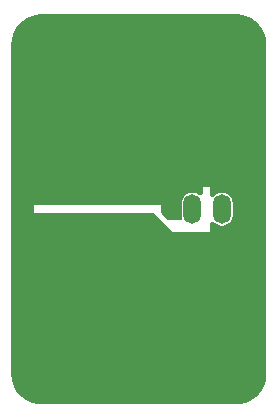
<source format=gbr>
%TF.GenerationSoftware,KiCad,Pcbnew,7.0.6*%
%TF.CreationDate,2023-10-21T15:53:08+08:00*%
%TF.ProjectId,AudioPlug2SMA_M1V1,41756469-6f50-46c7-9567-32534d415f4d,rev?*%
%TF.SameCoordinates,Original*%
%TF.FileFunction,Copper,L2,Bot*%
%TF.FilePolarity,Positive*%
%FSLAX46Y46*%
G04 Gerber Fmt 4.6, Leading zero omitted, Abs format (unit mm)*
G04 Created by KiCad (PCBNEW 7.0.6) date 2023-10-21 15:53:08*
%MOMM*%
%LPD*%
G01*
G04 APERTURE LIST*
G04 Aperture macros list*
%AMRoundRect*
0 Rectangle with rounded corners*
0 $1 Rounding radius*
0 $2 $3 $4 $5 $6 $7 $8 $9 X,Y pos of 4 corners*
0 Add a 4 corners polygon primitive as box body*
4,1,4,$2,$3,$4,$5,$6,$7,$8,$9,$2,$3,0*
0 Add four circle primitives for the rounded corners*
1,1,$1+$1,$2,$3*
1,1,$1+$1,$4,$5*
1,1,$1+$1,$6,$7*
1,1,$1+$1,$8,$9*
0 Add four rect primitives between the rounded corners*
20,1,$1+$1,$2,$3,$4,$5,0*
20,1,$1+$1,$4,$5,$6,$7,0*
20,1,$1+$1,$6,$7,$8,$9,0*
20,1,$1+$1,$8,$9,$2,$3,0*%
G04 Aperture macros list end*
%TA.AperFunction,ComponentPad*%
%ADD10C,4.400000*%
%TD*%
%TA.AperFunction,ComponentPad*%
%ADD11O,1.500000X2.500000*%
%TD*%
%TA.AperFunction,SMDPad,CuDef*%
%ADD12RoundRect,0.375000X-1.375000X-0.375000X1.375000X-0.375000X1.375000X0.375000X-1.375000X0.375000X0*%
%TD*%
%TA.AperFunction,ViaPad*%
%ADD13C,0.812800*%
%TD*%
G04 APERTURE END LIST*
D10*
%TO.P,REF\u002A\u002A,1*%
%TO.N,GNDREF*%
X83820000Y-87630000D03*
%TD*%
%TO.P,REF\u002A\u002A,1*%
%TO.N,GNDREF*%
X100330000Y-87630000D03*
%TD*%
%TO.P,REF\u002A\u002A,1*%
%TO.N,GNDREF*%
X100330000Y-115570000D03*
%TD*%
D11*
%TO.P,J3,R*%
%TO.N,/right*%
X99100000Y-101600000D03*
%TO.P,J3,S*%
%TO.N,GNDREF*%
X101600000Y-101600000D03*
%TO.P,J3,T*%
%TO.N,/left*%
X96600000Y-101600000D03*
%TD*%
D12*
%TO.P,J2,2,Ext*%
%TO.N,GNDREF*%
X83030000Y-104180000D03*
X83030000Y-109180000D03*
%TD*%
D10*
%TO.P,REF\u002A\u002A,1*%
%TO.N,GNDREF*%
X83820000Y-115570000D03*
%TD*%
D12*
%TO.P,J1,2,Ext*%
%TO.N,GNDREF*%
X83030000Y-94020000D03*
X83030000Y-99020000D03*
%TD*%
D13*
%TO.N,GNDREF*%
X95250000Y-116840000D03*
X97155000Y-107315000D03*
X87630000Y-116840000D03*
X82550000Y-109220000D03*
X88900000Y-107950000D03*
X92710000Y-86360000D03*
X83820000Y-107950000D03*
X93980000Y-116840000D03*
X101600000Y-114300000D03*
X82550000Y-95250000D03*
X93980000Y-86360000D03*
X95885000Y-94615000D03*
X95250000Y-100330000D03*
X93980000Y-107950000D03*
X82550000Y-104140000D03*
X100330000Y-102870000D03*
X98425000Y-106045000D03*
X93980000Y-100647500D03*
X90170000Y-93980000D03*
X101600000Y-109220000D03*
X88900000Y-97790000D03*
X82550000Y-100330000D03*
X83820000Y-100647500D03*
X88900000Y-86360000D03*
X86360000Y-97790000D03*
X87630000Y-100647500D03*
X82550000Y-107950000D03*
X101600000Y-104140000D03*
X88265000Y-94615000D03*
X99060000Y-105410000D03*
X99060000Y-116840000D03*
X82550000Y-113030000D03*
X83820000Y-105410000D03*
X97790000Y-86360000D03*
X82550000Y-114300000D03*
X101600000Y-113030000D03*
X83820000Y-89535000D03*
X97790000Y-99060000D03*
X83820000Y-97790000D03*
X95250000Y-86360000D03*
X91440000Y-100647500D03*
X82550000Y-110490000D03*
X100330000Y-100330000D03*
X101600000Y-93980000D03*
X92710000Y-107950000D03*
X92710000Y-96520000D03*
X86360000Y-102552500D03*
X93980000Y-96520000D03*
X98425000Y-87630000D03*
X100330000Y-99060000D03*
X86360000Y-95250000D03*
X85090000Y-114300000D03*
X82550000Y-97790000D03*
X99060000Y-114300000D03*
X86360000Y-107950000D03*
X99060000Y-88900000D03*
X91440000Y-86360000D03*
X100330000Y-104140000D03*
X82550000Y-91440000D03*
X90170000Y-102552500D03*
X101600000Y-110490000D03*
X97155000Y-95885000D03*
X94615000Y-97155000D03*
X85090000Y-107950000D03*
X96520000Y-107950000D03*
X101600000Y-95250000D03*
X85090000Y-95250000D03*
X85090000Y-86360000D03*
X86360000Y-86360000D03*
X85090000Y-97790000D03*
X91440000Y-107950000D03*
X93980000Y-93980000D03*
X101600000Y-92710000D03*
X83820000Y-102552500D03*
X97790000Y-96520000D03*
X97790000Y-106680000D03*
X88900000Y-105410000D03*
X90170000Y-100647500D03*
X82550000Y-105410000D03*
X96520000Y-95250000D03*
X82550000Y-93980000D03*
X95250000Y-105410000D03*
X101600000Y-90170000D03*
X97790000Y-116840000D03*
X95250000Y-101600000D03*
X90805000Y-97155000D03*
X99060000Y-99060000D03*
X86360000Y-100647500D03*
X88900000Y-116840000D03*
X100330000Y-113665000D03*
X88900000Y-93980000D03*
X85090000Y-88900000D03*
X101600000Y-107950000D03*
X85725000Y-115570000D03*
X96520000Y-86360000D03*
X85090000Y-116840000D03*
X86360000Y-105410000D03*
X88900000Y-102552500D03*
X101600000Y-99060000D03*
X99695000Y-104775000D03*
X95250000Y-97790000D03*
X91440000Y-93980000D03*
X95250000Y-107950000D03*
X83820000Y-113665000D03*
X90170000Y-97790000D03*
X100330000Y-89535000D03*
X98425000Y-115570000D03*
X85090000Y-102552500D03*
X95885000Y-104775000D03*
X101600000Y-106680000D03*
X82550000Y-88900000D03*
X82550000Y-102870000D03*
X92710000Y-93980000D03*
X90170000Y-107950000D03*
X82550000Y-101600000D03*
X92710000Y-102552500D03*
X85090000Y-100647500D03*
X91440000Y-102552500D03*
X90170000Y-86360000D03*
X96520000Y-116840000D03*
X87630000Y-107950000D03*
X91440000Y-116840000D03*
X87630000Y-95250000D03*
X94615000Y-104457500D03*
X93980000Y-103505000D03*
X85725000Y-87630000D03*
X91440000Y-105410000D03*
X82550000Y-111760000D03*
X92710000Y-100647500D03*
X101600000Y-105410000D03*
X82550000Y-90170000D03*
X88900000Y-100647500D03*
X93980000Y-105410000D03*
X87630000Y-102552500D03*
X86360000Y-116840000D03*
X87630000Y-86360000D03*
X91440000Y-96520000D03*
X101600000Y-97790000D03*
X96520000Y-104140000D03*
X92710000Y-116840000D03*
X82550000Y-99060000D03*
X82550000Y-92710000D03*
X83820000Y-95250000D03*
X90170000Y-105410000D03*
X92710000Y-105410000D03*
X97790000Y-97790000D03*
X87630000Y-105410000D03*
X90170000Y-116840000D03*
X101600000Y-91440000D03*
X101600000Y-96520000D03*
X87630000Y-97790000D03*
X101600000Y-111760000D03*
X95250000Y-99060000D03*
X85090000Y-105410000D03*
X99060000Y-86360000D03*
X95250000Y-93980000D03*
%TD*%
%TA.AperFunction,Conductor*%
%TO.N,GNDREF*%
G36*
X100326635Y-85090528D02*
G01*
X100329982Y-85090579D01*
X100337326Y-85090911D01*
X100445510Y-85096986D01*
X100559479Y-85103880D01*
X100559480Y-85103881D01*
X100633038Y-85110565D01*
X100638718Y-85111254D01*
X100675066Y-85116786D01*
X100702499Y-85121448D01*
X100760331Y-85131274D01*
X100862299Y-85149961D01*
X100876273Y-85152960D01*
X100930442Y-85164588D01*
X100936753Y-85166173D01*
X101052041Y-85199386D01*
X101157354Y-85232205D01*
X101211295Y-85250818D01*
X101216588Y-85252826D01*
X101266729Y-85273595D01*
X101331413Y-85300389D01*
X101440342Y-85349414D01*
X101462238Y-85360074D01*
X101479640Y-85368547D01*
X101483942Y-85370781D01*
X101581624Y-85424768D01*
X101596431Y-85432952D01*
X101707143Y-85499879D01*
X101733384Y-85516845D01*
X101842118Y-85593996D01*
X101845659Y-85596636D01*
X101916446Y-85652094D01*
X101953861Y-85681408D01*
X101964944Y-85690645D01*
X102068733Y-85783395D01*
X102072596Y-85787048D01*
X102172951Y-85887403D01*
X102176603Y-85891266D01*
X102215221Y-85934479D01*
X102269358Y-85995058D01*
X102275863Y-86002864D01*
X102278597Y-86006145D01*
X102363345Y-86114318D01*
X102366034Y-86117924D01*
X102443151Y-86226613D01*
X102460120Y-86252855D01*
X102527043Y-86363560D01*
X102545105Y-86396241D01*
X102589200Y-86476026D01*
X102591460Y-86480378D01*
X102603853Y-86505829D01*
X102610586Y-86519656D01*
X102630949Y-86564900D01*
X102659611Y-86628588D01*
X102707160Y-86743382D01*
X102709189Y-86748732D01*
X102727794Y-86802643D01*
X102760622Y-86907992D01*
X102793819Y-87023226D01*
X102795412Y-87029569D01*
X102810039Y-87097699D01*
X102828725Y-87199667D01*
X102843213Y-87284933D01*
X102848744Y-87321270D01*
X102849434Y-87326956D01*
X102856119Y-87400519D01*
X102863014Y-87514519D01*
X102869084Y-87622597D01*
X102869421Y-87630018D01*
X102869485Y-87634317D01*
X102869500Y-87635264D01*
X102869500Y-115564734D01*
X102869421Y-115569982D01*
X102869085Y-115577391D01*
X102863014Y-115685480D01*
X102856118Y-115799481D01*
X102849434Y-115873040D01*
X102848744Y-115878724D01*
X102843213Y-115915065D01*
X102828725Y-116000332D01*
X102810039Y-116102301D01*
X102795412Y-116170430D01*
X102793820Y-116176771D01*
X102760622Y-116292008D01*
X102727795Y-116397354D01*
X102709194Y-116451255D01*
X102707164Y-116456607D01*
X102659611Y-116571411D01*
X102610586Y-116680345D01*
X102591465Y-116719613D01*
X102589205Y-116723964D01*
X102527048Y-116836431D01*
X102460121Y-116947143D01*
X102443152Y-116973386D01*
X102366036Y-117082072D01*
X102363347Y-117085677D01*
X102278596Y-117193856D01*
X102269358Y-117204939D01*
X102176602Y-117308734D01*
X102172950Y-117312596D01*
X102072596Y-117412950D01*
X102068734Y-117416602D01*
X101964939Y-117509358D01*
X101953856Y-117518596D01*
X101845677Y-117603347D01*
X101842072Y-117606036D01*
X101733386Y-117683152D01*
X101707143Y-117700121D01*
X101596431Y-117767048D01*
X101483964Y-117829205D01*
X101479613Y-117831465D01*
X101451851Y-117844983D01*
X101440344Y-117850586D01*
X101417721Y-117860767D01*
X101331411Y-117899611D01*
X101216607Y-117947164D01*
X101211255Y-117949194D01*
X101157354Y-117967795D01*
X101052008Y-118000622D01*
X100936771Y-118033820D01*
X100930430Y-118035412D01*
X100868840Y-118048634D01*
X100862300Y-118050039D01*
X100842787Y-118053614D01*
X100760332Y-118068725D01*
X100675065Y-118083213D01*
X100638724Y-118088744D01*
X100633040Y-118089434D01*
X100559481Y-118096118D01*
X100445480Y-118103014D01*
X100337389Y-118109085D01*
X100336619Y-118109119D01*
X100329982Y-118109421D01*
X100325545Y-118109487D01*
X100324738Y-118109500D01*
X83825264Y-118109500D01*
X83824317Y-118109485D01*
X83820018Y-118109421D01*
X83812949Y-118109100D01*
X83812610Y-118109085D01*
X83704519Y-118103014D01*
X83600108Y-118096698D01*
X83590520Y-118096119D01*
X83584112Y-118095536D01*
X83516956Y-118089434D01*
X83511280Y-118088745D01*
X83474932Y-118083212D01*
X83389667Y-118068725D01*
X83311830Y-118054461D01*
X83287700Y-118050039D01*
X83280464Y-118048485D01*
X83219569Y-118035412D01*
X83213226Y-118033819D01*
X83097992Y-118000622D01*
X82992643Y-117967794D01*
X82938732Y-117949189D01*
X82933382Y-117947160D01*
X82818588Y-117899611D01*
X82754900Y-117870949D01*
X82709656Y-117850586D01*
X82695829Y-117843853D01*
X82670378Y-117831460D01*
X82666026Y-117829200D01*
X82553576Y-117767052D01*
X82442857Y-117700121D01*
X82439440Y-117697912D01*
X82416613Y-117683151D01*
X82307924Y-117606034D01*
X82304318Y-117603345D01*
X82196145Y-117518597D01*
X82192864Y-117515863D01*
X82185058Y-117509358D01*
X82126715Y-117457220D01*
X82081266Y-117416603D01*
X82077403Y-117412951D01*
X81977048Y-117312596D01*
X81973395Y-117308733D01*
X81880645Y-117204944D01*
X81871408Y-117193861D01*
X81842094Y-117156446D01*
X81786636Y-117085659D01*
X81783996Y-117082118D01*
X81706845Y-116973384D01*
X81689878Y-116947142D01*
X81622952Y-116836431D01*
X81614768Y-116821624D01*
X81560781Y-116723942D01*
X81558547Y-116719640D01*
X81550074Y-116702238D01*
X81539414Y-116680342D01*
X81490389Y-116571413D01*
X81463595Y-116506729D01*
X81442826Y-116456588D01*
X81440818Y-116451295D01*
X81422205Y-116397354D01*
X81389386Y-116292041D01*
X81356173Y-116176753D01*
X81354586Y-116170430D01*
X81339961Y-116102300D01*
X81321273Y-116000327D01*
X81320575Y-115996220D01*
X81306787Y-115915065D01*
X81301255Y-115878722D01*
X81300565Y-115873038D01*
X81293881Y-115799480D01*
X81286985Y-115685479D01*
X81280914Y-115577372D01*
X81280579Y-115569982D01*
X81280500Y-115564734D01*
X81280500Y-115564714D01*
X81280500Y-101917500D01*
X83185000Y-101917500D01*
X93266506Y-101917500D01*
X93348727Y-101936266D01*
X93400503Y-101973002D01*
X94615000Y-103187500D01*
X94932500Y-103505000D01*
X94932501Y-103505000D01*
X98107499Y-103505000D01*
X98107500Y-103505000D01*
X98107500Y-102840743D01*
X98126266Y-102758522D01*
X98178849Y-102692586D01*
X98254832Y-102655994D01*
X98339168Y-102655994D01*
X98415151Y-102692586D01*
X98437822Y-102713939D01*
X98492514Y-102774681D01*
X98646063Y-102886241D01*
X98819452Y-102963439D01*
X99005101Y-103002900D01*
X99194899Y-103002900D01*
X99380548Y-102963439D01*
X99553936Y-102886241D01*
X99707486Y-102774681D01*
X99834485Y-102633634D01*
X99929383Y-102469265D01*
X99988034Y-102288757D01*
X100002900Y-102147315D01*
X100002900Y-101052685D01*
X99988034Y-100911243D01*
X99929383Y-100730735D01*
X99834485Y-100566366D01*
X99834482Y-100566363D01*
X99834483Y-100566363D01*
X99707486Y-100425319D01*
X99671615Y-100399257D01*
X99553937Y-100313759D01*
X99380548Y-100236561D01*
X99380546Y-100236560D01*
X99194899Y-100197100D01*
X99005101Y-100197100D01*
X98819453Y-100236560D01*
X98646062Y-100313760D01*
X98492512Y-100425320D01*
X98492509Y-100425323D01*
X98437826Y-100486055D01*
X98368863Y-100534600D01*
X98285667Y-100548416D01*
X98204715Y-100524766D01*
X98142042Y-100468334D01*
X98110060Y-100390298D01*
X98107500Y-100359255D01*
X98107500Y-99695001D01*
X98107500Y-99695000D01*
X97472500Y-99695000D01*
X97472500Y-99695001D01*
X97472500Y-100245948D01*
X97453734Y-100328169D01*
X97401151Y-100394105D01*
X97325168Y-100430697D01*
X97240832Y-100430697D01*
X97171615Y-100399257D01*
X97116557Y-100359255D01*
X97053937Y-100313759D01*
X96880548Y-100236561D01*
X96880546Y-100236560D01*
X96694899Y-100197100D01*
X96505101Y-100197100D01*
X96319453Y-100236560D01*
X96146062Y-100313760D01*
X95992512Y-100425320D01*
X95992509Y-100425322D01*
X95865517Y-100566363D01*
X95770617Y-100730733D01*
X95711967Y-100911239D01*
X95711965Y-100911247D01*
X95697100Y-101052677D01*
X95697100Y-102147322D01*
X95711965Y-102288752D01*
X95711967Y-102288760D01*
X95717062Y-102304441D01*
X95724622Y-102388437D01*
X95694989Y-102467394D01*
X95634032Y-102525676D01*
X95553824Y-102551737D01*
X95536837Y-102552500D01*
X94693494Y-102552500D01*
X94611273Y-102533734D01*
X94559497Y-102496997D01*
X94035503Y-101973003D01*
X93990634Y-101901594D01*
X93980000Y-101839006D01*
X93980000Y-101282501D01*
X93980000Y-101282500D01*
X83185000Y-101282500D01*
X83185000Y-101917500D01*
X81280500Y-101917500D01*
X81280500Y-87635283D01*
X81280516Y-87634169D01*
X81280579Y-87630018D01*
X81280910Y-87622697D01*
X81286988Y-87514456D01*
X81293881Y-87400520D01*
X81300565Y-87326961D01*
X81301255Y-87321278D01*
X81306787Y-87284931D01*
X81320576Y-87203780D01*
X81321276Y-87199652D01*
X81339961Y-87097701D01*
X81342960Y-87083726D01*
X81354588Y-87029557D01*
X81356169Y-87023259D01*
X81389380Y-86907980D01*
X81422205Y-86802646D01*
X81440820Y-86748699D01*
X81442819Y-86743427D01*
X81490390Y-86628582D01*
X81539413Y-86519659D01*
X81542418Y-86513486D01*
X81558565Y-86480322D01*
X81560768Y-86476080D01*
X81622962Y-86363550D01*
X81665359Y-86293417D01*
X81689879Y-86252858D01*
X81706845Y-86226616D01*
X81707002Y-86226394D01*
X81784024Y-86117840D01*
X81786596Y-86114391D01*
X81851945Y-86030980D01*
X81871407Y-86006141D01*
X81880643Y-85995058D01*
X81912859Y-85959007D01*
X81973415Y-85891244D01*
X81977012Y-85887438D01*
X82077438Y-85787012D01*
X82081244Y-85783415D01*
X82149007Y-85722859D01*
X82185058Y-85690643D01*
X82196141Y-85681407D01*
X82220980Y-85661945D01*
X82304391Y-85596596D01*
X82307840Y-85594024D01*
X82416615Y-85516845D01*
X82442858Y-85499879D01*
X82483417Y-85475359D01*
X82553550Y-85432962D01*
X82666080Y-85370768D01*
X82670322Y-85368565D01*
X82703486Y-85352418D01*
X82709659Y-85349413D01*
X82818587Y-85300388D01*
X82933427Y-85252819D01*
X82938699Y-85250820D01*
X82992646Y-85232205D01*
X83097945Y-85199390D01*
X83213259Y-85166169D01*
X83219557Y-85164588D01*
X83273726Y-85152960D01*
X83287701Y-85149961D01*
X83333402Y-85141585D01*
X83389646Y-85131277D01*
X83474992Y-85116776D01*
X83511281Y-85111254D01*
X83516961Y-85110565D01*
X83590520Y-85103881D01*
X83704426Y-85096990D01*
X83812697Y-85090910D01*
X83820018Y-85090579D01*
X83824169Y-85090516D01*
X83825283Y-85090500D01*
X100324718Y-85090500D01*
X100326635Y-85090528D01*
G37*
%TD.AperFunction*%
%TD*%
M02*

</source>
